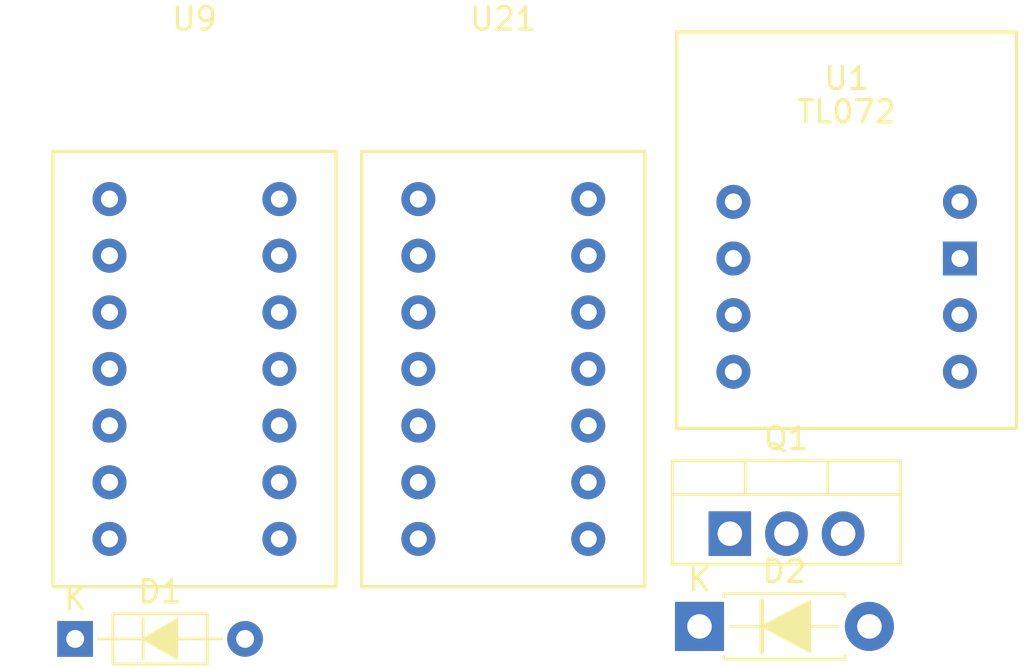
<source format=kicad_pcb>
(kicad_pcb (version 20240108) (generator "pcbnew") (generator_version "8.0")
  (layers (0 "F.Cu" signal) (31 "B.Cu" signal) (34 "B.Paste" user) (35 "F.Paste" user) (36 "B.SilkS" user "B.Silkscreen") (37 "F.SilkS" user "F.Silkscreen") (38 "B.Mask" user) (39 "F.Mask" user) (44 "Edge.Cuts" user))
  (net 0 "")
  (footprint "Connector:DIP - 14 IC" (layer "F.Cu") (at 182.97 83.705)
    (property "Reference" "U21" (at 0 -0.46 0) (layer "F.SilkS"))
    (property "Value" "74HC14")
    (fp_rect (start -6.35 5.48) (end 6.35 25) (stroke (width 0.15)) (fill none) (layer "F.SilkS"))
    (pad "1" thru_hole circle (at -3.81 7.62) (size 1.524 1.524) (drill 0.762) (layers "*.Cu" "*.Mask"))
    (pad "2" thru_hole circle (at -3.81 10.16) (size 1.524 1.524) (drill 0.762) (layers "*.Cu" "*.Mask"))
    (pad "3" thru_hole circle (at -3.81 12.7) (size 1.524 1.524) (drill 0.762) (layers "*.Cu" "*.Mask"))
    (pad "4" thru_hole circle (at -3.81 15.24) (size 1.524 1.524) (drill 0.762) (layers "*.Cu" "*.Mask"))
    (pad "5" thru_hole circle (at -3.81 17.78) (size 1.524 1.524) (drill 0.762) (layers "*.Cu" "*.Mask"))
    (pad "6" thru_hole circle (at -3.81 20.32) (size 1.524 1.524) (drill 0.762) (layers "*.Cu" "*.Mask"))
    (pad "7" thru_hole circle (at -3.81 22.86) (size 1.524 1.524) (drill 0.762) (layers "*.Cu" "*.Mask"))
    (pad "8" thru_hole circle (at 3.81 22.86) (size 1.524 1.524) (drill 0.762) (layers "*.Cu" "*.Mask"))
    (pad "9" thru_hole circle (at 3.81 20.32) (size 1.524 1.524) (drill 0.762) (layers "*.Cu" "*.Mask"))
    (pad "10" thru_hole circle (at 3.81 17.78) (size 1.524 1.524) (drill 0.762) (layers "*.Cu" "*.Mask"))
    (pad "11" thru_hole circle (at 3.81 15.24) (size 1.524 1.524) (drill 0.762) (layers "*.Cu" "*.Mask"))
    (pad "12" thru_hole circle (at 3.81 12.7) (size 1.524 1.524) (drill 0.762) (layers "*.Cu" "*.Mask"))
    (pad "13" thru_hole circle (at 3.81 10.16) (size 1.524 1.524) (drill 0.762) (layers "*.Cu" "*.Mask"))
    (pad "14" thru_hole circle (at 3.81 7.62) (size 1.524 1.524) (drill 0.762) (layers "*.Cu" "*.Mask"))
  )
  (footprint "PCM_Diode_THT_AKL:D_DO-35_SOD27_P7.62mm_Horizontal" (layer "F.Cu") (at 163.77 111.05)
    (property "Reference" "D1" (at 3.81 -2.12 0) (layer "F.SilkS"))
    (property "Value" "1N4148" (hide yes))
    (fp_line (start 1.04 0) (end 1.69 0) (stroke (width 0.12)) (layer "F.SilkS"))
    (fp_line (start 1.651 0) (end 3.048 0) (stroke (width 0.12)) (layer "F.SilkS"))
    (fp_line (start 1.69 -1.12) (end 1.69 1.12) (stroke (width 0.12)) (layer "F.SilkS"))
    (fp_line (start 1.69 1.12) (end 5.93 1.12) (stroke (width 0.12)) (layer "F.SilkS"))
    (fp_line (start 3.048 -0.889) (end 3.048 0.889) (stroke (width 0.12)) (layer "F.SilkS"))
    (fp_line (start 5.93 -1.12) (end 1.69 -1.12) (stroke (width 0.12)) (layer "F.SilkS"))
    (fp_line (start 5.93 0) (end 4.6355 0) (stroke (width 0.12)) (layer "F.SilkS"))
    (fp_line (start 5.93 1.12) (end 5.93 -1.12) (stroke (width 0.12)) (layer "F.SilkS"))
    (fp_line (start 6.58 0) (end 5.93 0) (stroke (width 0.12)) (layer "F.SilkS"))
    (fp_poly (pts (xy 4.572 0.889) (xy 3.048 0) (xy 4.572 -0.889)) (stroke (width 0.1)) (fill solid) (layer "F.SilkS"))
    (fp_text user "K" (at 0 -1.8 0) (layer "F.SilkS"))
    (pad "1" thru_hole rect (at 0 0) (size 1.6 1.6) (drill 0.8) (layers "*.Cu" "*.Mask"))
    (pad "2" thru_hole oval (at 7.62 0) (size 1.6 1.6) (drill 0.8) (layers "*.Cu" "*.Mask"))
  )
  (footprint "TL072:TL072" (layer "F.Cu") (at 198.37 83.83)
    (property "Reference" "U1" (at 0 2.08 0) (layer "F.SilkS"))
    (property "Value" "TL072" (at 0 3.58 0) (layer "F.SilkS"))
    (fp_rect (start -7.62 0) (end 7.62 17.78) (stroke (width 0.15)) (fill none) (layer "F.SilkS"))
    (pad "1" thru_hole circle (at -5.08 7.62) (size 1.524 1.524) (drill 0.762) (layers "*.Cu" "*.Mask"))
    (pad "2" thru_hole circle (at -5.08 10.16) (size 1.524 1.524) (drill 0.762) (layers "*.Cu" "*.Mask"))
    (pad "3" thru_hole circle (at -5.08 12.7) (size 1.524 1.524) (drill 0.762) (layers "*.Cu" "*.Mask"))
    (pad "4" thru_hole circle (at -5.08 15.24) (size 1.524 1.524) (drill 0.762) (layers "*.Cu" "*.Mask"))
    (pad "5" thru_hole circle (at 5.08 15.24) (size 1.524 1.524) (drill 0.762) (layers "*.Cu" "*.Mask"))
    (pad "6" thru_hole circle (at 5.08 12.7) (size 1.524 1.524) (drill 0.762) (layers "*.Cu" "*.Mask"))
    (pad "7" thru_hole rect (at 5.08 10.16) (size 1.524 1.524) (drill 0.762) (layers "*.Cu" "*.Mask"))
    (pad "8" thru_hole circle (at 5.08 7.62) (size 1.524 1.524) (drill 0.762) (layers "*.Cu" "*.Mask"))
  )
  (footprint "PCM_Diode_THT_AKL:D_DO-41_SOD81_P7.62mm_Horizontal" (layer "F.Cu") (at 191.77 110.49)
    (property "Reference" "D2" (at 3.81 -2.47 0) (layer "F.SilkS"))
    (property "Value" "1N5819" (hide yes))
    (fp_line (start 1.09 -1.47) (end 6.53 -1.47) (stroke (width 0.12)) (layer "F.SilkS"))
    (fp_line (start 1.09 -1.34) (end 1.09 -1.47) (stroke (width 0.12)) (layer "F.SilkS"))
    (fp_line (start 1.09 1.34) (end 1.09 1.47) (stroke (width 0.12)) (layer "F.SilkS"))
    (fp_line (start 1.09 1.47) (end 6.53 1.47) (stroke (width 0.12)) (layer "F.SilkS"))
    (fp_line (start 2.794 -1.143) (end 2.794 1.143) (stroke (width 0.2)) (layer "F.SilkS"))
    (fp_line (start 2.794 0) (end 1.397 0) (stroke (width 0.12)) (layer "F.SilkS"))
    (fp_line (start 4.953 0) (end 6.223 0) (stroke (width 0.12)) (layer "F.SilkS"))
    (fp_line (start 6.53 -1.47) (end 6.53 -1.34) (stroke (width 0.12)) (layer "F.SilkS"))
    (fp_line (start 6.53 1.47) (end 6.53 1.34) (stroke (width 0.12)) (layer "F.SilkS"))
    (fp_poly (pts (xy 4.953 1.143) (xy 2.794 0) (xy 4.953 -1.143)) (stroke (width 0.1)) (fill solid) (layer "F.SilkS"))
    (fp_text user "K" (at 0 -2.1 0) (layer "F.SilkS"))
    (pad "1" thru_hole rect (at 0 0) (size 2.2 2.2) (drill 1.1) (layers "*.Cu" "*.Mask"))
    (pad "2" thru_hole oval (at 7.62 0) (size 2.2 2.2) (drill 1.1) (layers "*.Cu" "*.Mask"))
  )
  (footprint "Connector:DIP - 14 IC" (layer "F.Cu") (at 169.12 83.705)
    (property "Reference" "U9" (at 0 -0.46 0) (layer "F.SilkS"))
    (property "Value" "LM339")
    (fp_rect (start -6.35 5.48) (end 6.35 25) (stroke (width 0.15)) (fill none) (layer "F.SilkS"))
    (pad "1" thru_hole circle (at -3.81 7.62) (size 1.524 1.524) (drill 0.762) (layers "*.Cu" "*.Mask"))
    (pad "2" thru_hole circle (at -3.81 10.16) (size 1.524 1.524) (drill 0.762) (layers "*.Cu" "*.Mask"))
    (pad "3" thru_hole circle (at -3.81 12.7) (size 1.524 1.524) (drill 0.762) (layers "*.Cu" "*.Mask"))
    (pad "4" thru_hole circle (at -3.81 15.24) (size 1.524 1.524) (drill 0.762) (layers "*.Cu" "*.Mask"))
    (pad "5" thru_hole circle (at -3.81 17.78) (size 1.524 1.524) (drill 0.762) (layers "*.Cu" "*.Mask"))
    (pad "6" thru_hole circle (at -3.81 20.32) (size 1.524 1.524) (drill 0.762) (layers "*.Cu" "*.Mask"))
    (pad "7" thru_hole circle (at -3.81 22.86) (size 1.524 1.524) (drill 0.762) (layers "*.Cu" "*.Mask"))
    (pad "8" thru_hole circle (at 3.81 22.86) (size 1.524 1.524) (drill 0.762) (layers "*.Cu" "*.Mask"))
    (pad "9" thru_hole circle (at 3.81 20.32) (size 1.524 1.524) (drill 0.762) (layers "*.Cu" "*.Mask"))
    (pad "10" thru_hole circle (at 3.81 17.78) (size 1.524 1.524) (drill 0.762) (layers "*.Cu" "*.Mask"))
    (pad "11" thru_hole circle (at 3.81 15.24) (size 1.524 1.524) (drill 0.762) (layers "*.Cu" "*.Mask"))
    (pad "12" thru_hole circle (at 3.81 12.7) (size 1.524 1.524) (drill 0.762) (layers "*.Cu" "*.Mask"))
    (pad "13" thru_hole circle (at 3.81 10.16) (size 1.524 1.524) (drill 0.762) (layers "*.Cu" "*.Mask"))
    (pad "14" thru_hole circle (at 3.81 7.62) (size 1.524 1.524) (drill 0.762) (layers "*.Cu" "*.Mask"))
  )
  (footprint "Package_TO_SOT_THT:TO-220-3_Vertical" (layer "F.Cu") (at 193.13 106.33)
    (property "Reference" "Q1" (at 2.54 -4.27 0) (layer "F.SilkS"))
    (property "Value" "TIP122")
    (fp_line (start -2.58 -3.27) (end -2.58 1.371) (stroke (width 0.12)) (layer "F.SilkS"))
    (fp_line (start -2.58 -3.27) (end 7.66 -3.27) (stroke (width 0.12)) (layer "F.SilkS"))
    (fp_line (start -2.58 -1.76) (end 7.66 -1.76) (stroke (width 0.12)) (layer "F.SilkS"))
    (fp_line (start -2.58 1.371) (end 7.66 1.371) (stroke (width 0.12)) (layer "F.SilkS"))
    (fp_line (start 0.69 -3.27) (end 0.69 -1.76) (stroke (width 0.12)) (layer "F.SilkS"))
    (fp_line (start 4.391 -3.27) (end 4.391 -1.76) (stroke (width 0.12)) (layer "F.SilkS"))
    (fp_line (start 7.66 -3.27) (end 7.66 1.371) (stroke (width 0.12)) (layer "F.SilkS"))
    (pad "1" thru_hole rect (at 0 0) (size 1.905 2) (drill 1.1) (layers "*.Cu" "*.Mask"))
    (pad "2" thru_hole oval (at 2.54 0) (size 1.905 2) (drill 1.1) (layers "*.Cu" "*.Mask"))
    (pad "3" thru_hole oval (at 5.08 0) (size 1.905 2) (drill 1.1) (layers "*.Cu" "*.Mask"))
  )
)
</source>
